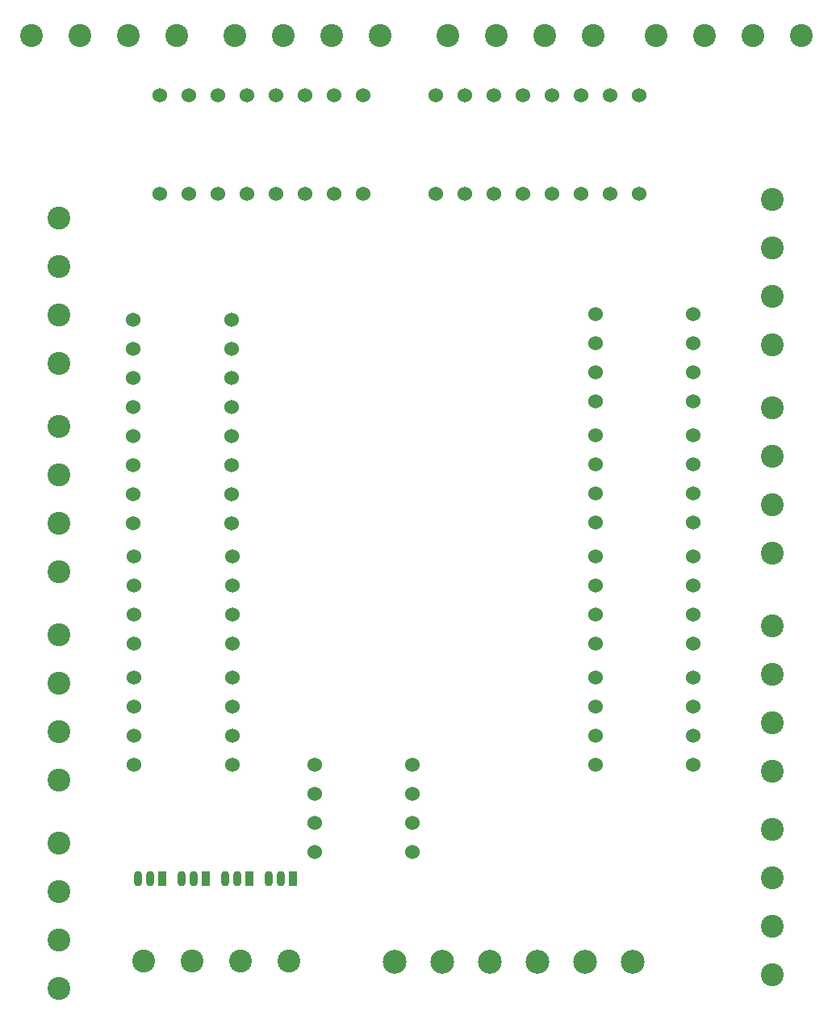
<source format=gbr>
%TF.GenerationSoftware,KiCad,Pcbnew,(6.0.0)*%
%TF.CreationDate,2022-08-09T16:56:53-04:00*%
%TF.ProjectId,pcb,7063622e-6b69-4636-9164-5f7063625858,rev?*%
%TF.SameCoordinates,Original*%
%TF.FileFunction,Soldermask,Bot*%
%TF.FilePolarity,Negative*%
%FSLAX46Y46*%
G04 Gerber Fmt 4.6, Leading zero omitted, Abs format (unit mm)*
G04 Created by KiCad (PCBNEW (6.0.0)) date 2022-08-09 16:56:53*
%MOMM*%
%LPD*%
G01*
G04 APERTURE LIST*
%ADD10C,1.524003*%
%ADD11C,2.400000*%
%ADD12R,0.900000X1.600000*%
%ADD13O,0.900000X1.600000*%
%ADD14C,2.500000*%
G04 APERTURE END LIST*
D10*
%TO.C,R31*%
X105714800Y-62515486D03*
X105714800Y-72815714D03*
%TD*%
%TO.C,R47*%
X126612914Y-116941600D03*
X116312686Y-116941600D03*
%TD*%
%TO.C,R6*%
X67950572Y-129641615D03*
X78250800Y-129641615D03*
%TD*%
%TO.C,R14*%
X67857101Y-104368596D03*
X78157329Y-104368596D03*
%TD*%
%TO.C,R19*%
X67857101Y-89128596D03*
X78157329Y-89128596D03*
%TD*%
%TO.C,R20*%
X67857101Y-86080596D03*
X78157329Y-86080596D03*
%TD*%
%TO.C,R4*%
X97148914Y-141833600D03*
X86848686Y-141833600D03*
%TD*%
%TO.C,R23*%
X76758800Y-62515486D03*
X76758800Y-72815714D03*
%TD*%
%TO.C,R40*%
X126612914Y-94589600D03*
X116312686Y-94589600D03*
%TD*%
%TO.C,R32*%
X108762800Y-62515486D03*
X108762800Y-72815714D03*
%TD*%
%TO.C,R22*%
X73710800Y-62515486D03*
X73710800Y-72815714D03*
%TD*%
%TO.C,R13*%
X67857101Y-107416596D03*
X78157329Y-107416596D03*
%TD*%
D11*
%TO.C,J7*%
X72380820Y-56256604D03*
X67300810Y-56256604D03*
X62220799Y-56256604D03*
X57140789Y-56256604D03*
%TD*%
D10*
%TO.C,R28*%
X91998800Y-62515486D03*
X91998800Y-72815714D03*
%TD*%
%TO.C,R10*%
X67950572Y-116941615D03*
X78250800Y-116941615D03*
%TD*%
D11*
%TO.C,J3*%
X60049215Y-140877582D03*
X60049215Y-145957592D03*
X60049215Y-151037603D03*
X60049215Y-156117613D03*
%TD*%
D10*
%TO.C,R26*%
X85902800Y-62515486D03*
X85902800Y-72815714D03*
%TD*%
%TO.C,R9*%
X67950572Y-119989615D03*
X78250800Y-119989615D03*
%TD*%
D11*
%TO.C,J13*%
X134928800Y-133391620D03*
X134928800Y-128311610D03*
X134928800Y-123231599D03*
X134928800Y-118151589D03*
%TD*%
D10*
%TO.C,R15*%
X67857101Y-101320596D03*
X78157329Y-101320596D03*
%TD*%
%TO.C,R16*%
X67857101Y-98272596D03*
X78157329Y-98272596D03*
%TD*%
%TO.C,R36*%
X120954800Y-62515486D03*
X120954800Y-72815714D03*
%TD*%
%TO.C,R48*%
X126612914Y-119989600D03*
X116312686Y-119989600D03*
%TD*%
%TO.C,R17*%
X67857101Y-95224596D03*
X78157329Y-95224596D03*
%TD*%
D11*
%TO.C,J12*%
X134928800Y-110531620D03*
X134928800Y-105451610D03*
X134928800Y-100371599D03*
X134928800Y-95291589D03*
%TD*%
D12*
%TO.C,Q1*%
X84632803Y-144615536D03*
D13*
X83362800Y-144615536D03*
X82092797Y-144615536D03*
%TD*%
D11*
%TO.C,J6*%
X60049215Y-75345582D03*
X60049215Y-80425592D03*
X60049215Y-85505603D03*
X60049215Y-90585613D03*
%TD*%
D10*
%TO.C,R42*%
X126612914Y-101193600D03*
X116312686Y-101193600D03*
%TD*%
%TO.C,R41*%
X126612914Y-98145600D03*
X116312686Y-98145600D03*
%TD*%
%TO.C,R11*%
X67950572Y-113893615D03*
X78250800Y-113893615D03*
%TD*%
%TO.C,R49*%
X126612914Y-123545600D03*
X116312686Y-123545600D03*
%TD*%
%TO.C,R50*%
X126612914Y-126593600D03*
X116312686Y-126593600D03*
%TD*%
D11*
%TO.C,J5*%
X60049215Y-97189582D03*
X60049215Y-102269592D03*
X60049215Y-107349603D03*
X60049215Y-112429613D03*
%TD*%
D10*
%TO.C,R29*%
X99618800Y-62515486D03*
X99618800Y-72815714D03*
%TD*%
%TO.C,R7*%
X67950572Y-126593615D03*
X78250800Y-126593615D03*
%TD*%
%TO.C,R46*%
X126612914Y-113893600D03*
X116312686Y-113893600D03*
%TD*%
D11*
%TO.C,J11*%
X134928800Y-88687620D03*
X134928800Y-83607610D03*
X134928800Y-78527599D03*
X134928800Y-73447589D03*
%TD*%
%TO.C,J4*%
X60049215Y-119033582D03*
X60049215Y-124113592D03*
X60049215Y-129193603D03*
X60049215Y-134273613D03*
%TD*%
D10*
%TO.C,R43*%
X126612914Y-104241600D03*
X116312686Y-104241600D03*
%TD*%
%TO.C,R51*%
X126612914Y-129641600D03*
X116312686Y-129641600D03*
%TD*%
D11*
%TO.C,J14*%
X134928800Y-154727620D03*
X134928800Y-149647610D03*
X134928800Y-144567599D03*
X134928800Y-139487589D03*
%TD*%
D10*
%TO.C,R52*%
X126612914Y-132689600D03*
X116312686Y-132689600D03*
%TD*%
D12*
%TO.C,Q2*%
X80060803Y-144615536D03*
D13*
X78790800Y-144615536D03*
X77520797Y-144615536D03*
%TD*%
D11*
%TO.C,J8*%
X93716820Y-56256604D03*
X88636810Y-56256604D03*
X83556799Y-56256604D03*
X78476789Y-56256604D03*
%TD*%
D10*
%TO.C,R30*%
X102666800Y-62515486D03*
X102666800Y-72815714D03*
%TD*%
%TO.C,R27*%
X88950800Y-62515486D03*
X88950800Y-72815714D03*
%TD*%
%TO.C,R18*%
X67857101Y-92176596D03*
X78157329Y-92176596D03*
%TD*%
%TO.C,R33*%
X111810800Y-62515486D03*
X111810800Y-72815714D03*
%TD*%
%TO.C,R21*%
X70662800Y-62515486D03*
X70662800Y-72815714D03*
%TD*%
%TO.C,R1*%
X97148914Y-132689600D03*
X86848686Y-132689600D03*
%TD*%
D11*
%TO.C,J9*%
X116068820Y-56256604D03*
X110988810Y-56256604D03*
X105908799Y-56256604D03*
X100828789Y-56256604D03*
%TD*%
D10*
%TO.C,R45*%
X126612914Y-110845600D03*
X116312686Y-110845600D03*
%TD*%
%TO.C,R12*%
X67950572Y-110845615D03*
X78250800Y-110845615D03*
%TD*%
D12*
%TO.C,Q4*%
X70916803Y-144615536D03*
D13*
X69646800Y-144615536D03*
X68376797Y-144615536D03*
%TD*%
D11*
%TO.C,J1*%
X68944780Y-153267600D03*
X74024790Y-153267600D03*
X79104801Y-153267600D03*
X84184811Y-153267600D03*
%TD*%
D10*
%TO.C,R2*%
X97148914Y-135737600D03*
X86848686Y-135737600D03*
%TD*%
%TO.C,R37*%
X126612914Y-85445600D03*
X116312686Y-85445600D03*
%TD*%
%TO.C,R5*%
X67950572Y-132689615D03*
X78250800Y-132689615D03*
%TD*%
D11*
%TO.C,J10*%
X137912820Y-56256604D03*
X132832810Y-56256604D03*
X127752799Y-56256604D03*
X122672789Y-56256604D03*
%TD*%
D10*
%TO.C,R39*%
X126612914Y-91541600D03*
X116312686Y-91541600D03*
%TD*%
%TO.C,R3*%
X97148914Y-138785600D03*
X86848686Y-138785600D03*
%TD*%
D12*
%TO.C,Q3*%
X75488803Y-144615536D03*
D13*
X74218800Y-144615536D03*
X72948797Y-144615536D03*
%TD*%
D10*
%TO.C,R25*%
X82854800Y-62515486D03*
X82854800Y-72815714D03*
%TD*%
%TO.C,R35*%
X117906800Y-62515486D03*
X117906800Y-72815714D03*
%TD*%
D14*
%TO.C,J2*%
X95246787Y-153317613D03*
X100246787Y-153317613D03*
X105246813Y-153317613D03*
X110246813Y-153317613D03*
X115246838Y-153317613D03*
X120246838Y-153317613D03*
%TD*%
D10*
%TO.C,R44*%
X126612914Y-107289600D03*
X116312686Y-107289600D03*
%TD*%
%TO.C,R8*%
X67950572Y-123545615D03*
X78250800Y-123545615D03*
%TD*%
%TO.C,R38*%
X126612914Y-88493600D03*
X116312686Y-88493600D03*
%TD*%
%TO.C,R24*%
X79806800Y-62515486D03*
X79806800Y-72815714D03*
%TD*%
%TO.C,R34*%
X114858800Y-62515486D03*
X114858800Y-72815714D03*
%TD*%
M02*

</source>
